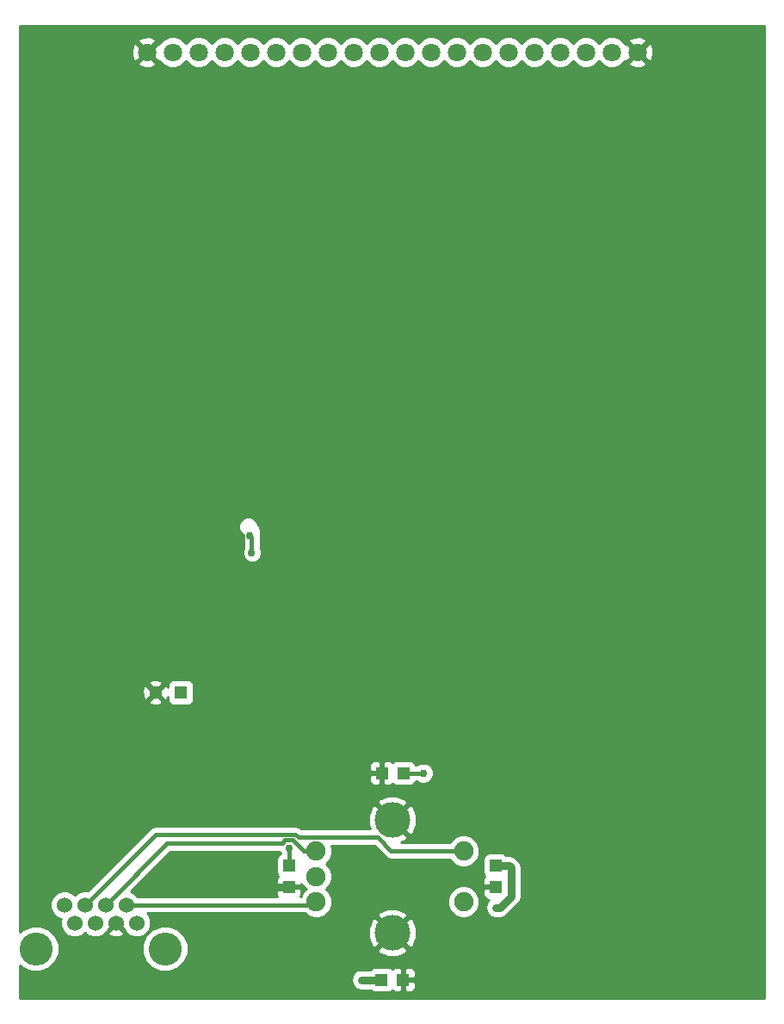
<source format=gbr>
G04 #@! TF.FileFunction,Copper,L2,Bot,Signal*
%FSLAX46Y46*%
G04 Gerber Fmt 4.6, Leading zero omitted, Abs format (unit mm)*
G04 Created by KiCad (PCBNEW 4.0.2+dfsg1-stable) date Mon 11 Jun 2018 12:13:27 PM EDT*
%MOMM*%
G01*
G04 APERTURE LIST*
%ADD10C,0.100000*%
%ADD11C,1.300000*%
%ADD12R,1.300000X1.300000*%
%ADD13C,1.800000*%
%ADD14R,1.198880X1.198880*%
%ADD15C,1.900000*%
%ADD16C,3.500000*%
%ADD17C,3.251200*%
%ADD18C,1.524000*%
%ADD19C,0.600000*%
%ADD20C,0.762000*%
%ADD21C,0.762000*%
%ADD22C,0.381000*%
%ADD23C,0.254000*%
G04 APERTURE END LIST*
D10*
D11*
X74734929Y-116538373D03*
D12*
X77234929Y-116538373D03*
D13*
X122174000Y-53594000D03*
X119634000Y-53594000D03*
X117094000Y-53594000D03*
X114554000Y-53594000D03*
X112014000Y-53594000D03*
X109474000Y-53594000D03*
X106934000Y-53594000D03*
X104394000Y-53594000D03*
X101854000Y-53594000D03*
X99314000Y-53594000D03*
X96774000Y-53594000D03*
X94234000Y-53594000D03*
X91694000Y-53594000D03*
X89154000Y-53594000D03*
X86614000Y-53594000D03*
X84074000Y-53594000D03*
X81534000Y-53594000D03*
X78994000Y-53594000D03*
X76454000Y-53594000D03*
X73914000Y-53594000D03*
D14*
X87884000Y-133570980D03*
X87884000Y-135669020D03*
X96994980Y-144780000D03*
X99093020Y-144780000D03*
X108204000Y-133570980D03*
X108204000Y-135669020D03*
X99126040Y-124460000D03*
X97028000Y-124460000D03*
D15*
X105044000Y-132120000D03*
X105044000Y-137120000D03*
X90544000Y-132120000D03*
X90544000Y-134620000D03*
X90544000Y-137120000D03*
D16*
X98044000Y-140170000D03*
X98044000Y-129070000D03*
D17*
X62992000Y-141732000D03*
X75692000Y-141732000D03*
D18*
X66802000Y-139192000D03*
X68834000Y-139192000D03*
X70866000Y-139192000D03*
X72898000Y-139192000D03*
X65786000Y-137414000D03*
X67818000Y-137414000D03*
X69850000Y-137414000D03*
X71882000Y-137414000D03*
D19*
X77978000Y-145034000D03*
X85344000Y-139192000D03*
X84836000Y-135890000D03*
D20*
X83972400Y-101117400D03*
X84175600Y-102793800D03*
X87884000Y-131826000D03*
D19*
X94996000Y-144780000D03*
X108204000Y-137668000D03*
D20*
X101092000Y-124460000D03*
D21*
X85344000Y-139192000D02*
X83820000Y-139192000D01*
X83820000Y-139192000D02*
X77978000Y-145034000D01*
X87884000Y-135669020D02*
X85056980Y-135669020D01*
X85056980Y-135669020D02*
X84836000Y-135890000D01*
D22*
X97926058Y-132120000D02*
X103700498Y-132120000D01*
X88800994Y-130779499D02*
X96585557Y-130779499D01*
X74758512Y-130473488D02*
X88494983Y-130473488D01*
X103700498Y-132120000D02*
X105044000Y-132120000D01*
X67818000Y-137414000D02*
X74758512Y-130473488D01*
X96585557Y-130779499D02*
X97926058Y-132120000D01*
X88494983Y-130473488D02*
X88800994Y-130779499D01*
X88254321Y-131054499D02*
X89319822Y-132120000D01*
X87513679Y-131054499D02*
X88254321Y-131054499D01*
X87207668Y-131360510D02*
X87513679Y-131054499D01*
X75903490Y-131360510D02*
X87207668Y-131360510D01*
X89319822Y-132120000D02*
X90544000Y-132120000D01*
X69850000Y-137414000D02*
X75903490Y-131360510D01*
X71882000Y-137414000D02*
X90250000Y-137414000D01*
X90250000Y-137414000D02*
X90544000Y-137120000D01*
X84175600Y-102793800D02*
X84175600Y-101320600D01*
X84175600Y-101320600D02*
X83972400Y-101117400D01*
X87884000Y-131826000D02*
X87884000Y-133570980D01*
D21*
X94996000Y-144780000D02*
X96994980Y-144780000D01*
X109728000Y-136568264D02*
X109728000Y-133733540D01*
X109728000Y-133733540D02*
X109565440Y-133570980D01*
X109565440Y-133570980D02*
X108204000Y-133570980D01*
X108204000Y-137668000D02*
X108628264Y-137668000D01*
X108628264Y-137668000D02*
X109728000Y-136568264D01*
D22*
X101092000Y-124460000D02*
X99126040Y-124460000D01*
D23*
G36*
X134672000Y-146610000D02*
X61416000Y-146610000D01*
X61416000Y-144780000D01*
X93980000Y-144780000D01*
X94057338Y-145168806D01*
X94277580Y-145498420D01*
X94607194Y-145718662D01*
X94996000Y-145796000D01*
X95909005Y-145796000D01*
X95931450Y-145830881D01*
X96143650Y-145975871D01*
X96395540Y-146026880D01*
X97594420Y-146026880D01*
X97829737Y-145982602D01*
X98045861Y-145843530D01*
X98051456Y-145835341D01*
X98133882Y-145917767D01*
X98367271Y-146014440D01*
X98807270Y-146014440D01*
X98966020Y-145855690D01*
X98966020Y-144907000D01*
X99220020Y-144907000D01*
X99220020Y-145855690D01*
X99378770Y-146014440D01*
X99818769Y-146014440D01*
X100052158Y-145917767D01*
X100230787Y-145739139D01*
X100327460Y-145505750D01*
X100327460Y-145065750D01*
X100168710Y-144907000D01*
X99220020Y-144907000D01*
X98966020Y-144907000D01*
X98946020Y-144907000D01*
X98946020Y-144653000D01*
X98966020Y-144653000D01*
X98966020Y-143704310D01*
X99220020Y-143704310D01*
X99220020Y-144653000D01*
X100168710Y-144653000D01*
X100327460Y-144494250D01*
X100327460Y-144054250D01*
X100230787Y-143820861D01*
X100052158Y-143642233D01*
X99818769Y-143545560D01*
X99378770Y-143545560D01*
X99220020Y-143704310D01*
X98966020Y-143704310D01*
X98807270Y-143545560D01*
X98367271Y-143545560D01*
X98133882Y-143642233D01*
X98051669Y-143724445D01*
X97846310Y-143584129D01*
X97594420Y-143533120D01*
X96395540Y-143533120D01*
X96160223Y-143577398D01*
X95944099Y-143716470D01*
X95911623Y-143764000D01*
X94996000Y-143764000D01*
X94607194Y-143841338D01*
X94277580Y-144061580D01*
X94057338Y-144391194D01*
X93980000Y-144780000D01*
X61416000Y-144780000D01*
X61416000Y-143353012D01*
X61709801Y-143647326D01*
X62540366Y-143992207D01*
X63439688Y-143992992D01*
X64270854Y-143649561D01*
X64907326Y-143014199D01*
X65252207Y-142183634D01*
X65252210Y-142179688D01*
X73431008Y-142179688D01*
X73774439Y-143010854D01*
X74409801Y-143647326D01*
X75240366Y-143992207D01*
X76139688Y-143992992D01*
X76970854Y-143649561D01*
X77607326Y-143014199D01*
X77952207Y-142183634D01*
X77952485Y-141864528D01*
X96529077Y-141864528D01*
X96719364Y-142209271D01*
X97600591Y-142560956D01*
X98549323Y-142548641D01*
X99368636Y-142209271D01*
X99558923Y-141864528D01*
X98044000Y-140349605D01*
X96529077Y-141864528D01*
X77952485Y-141864528D01*
X77952992Y-141284312D01*
X77609561Y-140453146D01*
X76974199Y-139816674D01*
X76757256Y-139726591D01*
X95653044Y-139726591D01*
X95665359Y-140675323D01*
X96004729Y-141494636D01*
X96349472Y-141684923D01*
X97864395Y-140170000D01*
X98223605Y-140170000D01*
X99738528Y-141684923D01*
X100083271Y-141494636D01*
X100434956Y-140613409D01*
X100422641Y-139664677D01*
X100083271Y-138845364D01*
X99738528Y-138655077D01*
X98223605Y-140170000D01*
X97864395Y-140170000D01*
X96349472Y-138655077D01*
X96004729Y-138845364D01*
X95653044Y-139726591D01*
X76757256Y-139726591D01*
X76143634Y-139471793D01*
X75244312Y-139471008D01*
X74413146Y-139814439D01*
X73776674Y-140449801D01*
X73431793Y-141280366D01*
X73431008Y-142179688D01*
X65252210Y-142179688D01*
X65252992Y-141284312D01*
X64909561Y-140453146D01*
X64274199Y-139816674D01*
X63443634Y-139471793D01*
X62544312Y-139471008D01*
X61713146Y-139814439D01*
X61416000Y-140111067D01*
X61416000Y-137690661D01*
X64388758Y-137690661D01*
X64600990Y-138204303D01*
X64993630Y-138597629D01*
X65456369Y-138789775D01*
X65405243Y-138912900D01*
X65404758Y-139468661D01*
X65616990Y-139982303D01*
X66009630Y-140375629D01*
X66522900Y-140588757D01*
X67078661Y-140589242D01*
X67592303Y-140377010D01*
X67818049Y-140151658D01*
X68041630Y-140375629D01*
X68554900Y-140588757D01*
X69110661Y-140589242D01*
X69624303Y-140377010D01*
X69829457Y-140172213D01*
X70065392Y-140172213D01*
X70134857Y-140414397D01*
X70658302Y-140601144D01*
X71213368Y-140573362D01*
X71597143Y-140414397D01*
X71666608Y-140172213D01*
X70866000Y-139371605D01*
X70065392Y-140172213D01*
X69829457Y-140172213D01*
X70017629Y-139984370D01*
X70105399Y-139772996D01*
X70686395Y-139192000D01*
X70672253Y-139177858D01*
X70851858Y-138998253D01*
X70866000Y-139012395D01*
X70880143Y-138998253D01*
X71059748Y-139177858D01*
X71045605Y-139192000D01*
X71626440Y-139772835D01*
X71712990Y-139982303D01*
X72105630Y-140375629D01*
X72618900Y-140588757D01*
X73174661Y-140589242D01*
X73688303Y-140377010D01*
X74081629Y-139984370D01*
X74294757Y-139471100D01*
X74295242Y-138915339D01*
X74083010Y-138401697D01*
X73921096Y-138239500D01*
X89421973Y-138239500D01*
X89644997Y-138462914D01*
X90227341Y-138704724D01*
X90857893Y-138705275D01*
X91414056Y-138475472D01*
X96529077Y-138475472D01*
X98044000Y-139990395D01*
X99558923Y-138475472D01*
X99368636Y-138130729D01*
X98487409Y-137779044D01*
X97538677Y-137791359D01*
X96719364Y-138130729D01*
X96529077Y-138475472D01*
X91414056Y-138475472D01*
X91440657Y-138464481D01*
X91886914Y-138019003D01*
X92128724Y-137436659D01*
X92128726Y-137433893D01*
X103458725Y-137433893D01*
X103699519Y-138016657D01*
X104144997Y-138462914D01*
X104727341Y-138704724D01*
X105357893Y-138705275D01*
X105940657Y-138464481D01*
X106386914Y-138019003D01*
X106628724Y-137436659D01*
X106629275Y-136806107D01*
X106388481Y-136223343D01*
X105943003Y-135777086D01*
X105360659Y-135535276D01*
X104730107Y-135534725D01*
X104147343Y-135775519D01*
X103701086Y-136220997D01*
X103459276Y-136803341D01*
X103458725Y-137433893D01*
X92128726Y-137433893D01*
X92129275Y-136806107D01*
X91888481Y-136223343D01*
X91535529Y-135869774D01*
X91886914Y-135519003D01*
X92128724Y-134936659D01*
X92129275Y-134306107D01*
X91888481Y-133723343D01*
X91535529Y-133369774D01*
X91886914Y-133019003D01*
X92128724Y-132436659D01*
X92129275Y-131806107D01*
X92046179Y-131604999D01*
X96243623Y-131604999D01*
X97342339Y-132703714D01*
X97342341Y-132703717D01*
X97549033Y-132841824D01*
X97610153Y-132882663D01*
X97926058Y-132945501D01*
X97926063Y-132945500D01*
X103670117Y-132945500D01*
X103699519Y-133016657D01*
X104144997Y-133462914D01*
X104727341Y-133704724D01*
X105357893Y-133705275D01*
X105940657Y-133464481D01*
X106386914Y-133019003D01*
X106406622Y-132971540D01*
X106957120Y-132971540D01*
X106957120Y-134170420D01*
X107001398Y-134405737D01*
X107140470Y-134621861D01*
X107148659Y-134627456D01*
X107066233Y-134709882D01*
X106969560Y-134943271D01*
X106969560Y-135383270D01*
X107128310Y-135542020D01*
X108077000Y-135542020D01*
X108077000Y-135522020D01*
X108331000Y-135522020D01*
X108331000Y-135542020D01*
X108351000Y-135542020D01*
X108351000Y-135796020D01*
X108331000Y-135796020D01*
X108331000Y-135816020D01*
X108077000Y-135816020D01*
X108077000Y-135796020D01*
X107128310Y-135796020D01*
X106969560Y-135954770D01*
X106969560Y-136394769D01*
X107066233Y-136628158D01*
X107244861Y-136806787D01*
X107478250Y-136903460D01*
X107554603Y-136903460D01*
X107485580Y-136949580D01*
X107265338Y-137279194D01*
X107188000Y-137668000D01*
X107265338Y-138056806D01*
X107485580Y-138386420D01*
X107815194Y-138606662D01*
X108204000Y-138684000D01*
X108628264Y-138684000D01*
X108952564Y-138619493D01*
X109017071Y-138606662D01*
X109346684Y-138386420D01*
X110446421Y-137286684D01*
X110666662Y-136957071D01*
X110744000Y-136568264D01*
X110744000Y-133733540D01*
X110690481Y-133464481D01*
X110666662Y-133344733D01*
X110446421Y-133015120D01*
X110283860Y-132852560D01*
X109954247Y-132632318D01*
X109889740Y-132619487D01*
X109565440Y-132554980D01*
X109289975Y-132554980D01*
X109267530Y-132520099D01*
X109055330Y-132375109D01*
X108803440Y-132324100D01*
X107604560Y-132324100D01*
X107369243Y-132368378D01*
X107153119Y-132507450D01*
X107008129Y-132719650D01*
X106957120Y-132971540D01*
X106406622Y-132971540D01*
X106628724Y-132436659D01*
X106629275Y-131806107D01*
X106388481Y-131223343D01*
X105943003Y-130777086D01*
X105360659Y-130535276D01*
X104730107Y-130534725D01*
X104147343Y-130775519D01*
X103701086Y-131220997D01*
X103670565Y-131294500D01*
X98921453Y-131294500D01*
X99368636Y-131109271D01*
X99558923Y-130764528D01*
X98044000Y-129249605D01*
X98029858Y-129263748D01*
X97850253Y-129084143D01*
X97864395Y-129070000D01*
X98223605Y-129070000D01*
X99738528Y-130584923D01*
X100083271Y-130394636D01*
X100434956Y-129513409D01*
X100422641Y-128564677D01*
X100083271Y-127745364D01*
X99738528Y-127555077D01*
X98223605Y-129070000D01*
X97864395Y-129070000D01*
X96349472Y-127555077D01*
X96004729Y-127745364D01*
X95653044Y-128626591D01*
X95665359Y-129575323D01*
X95822211Y-129953999D01*
X89142928Y-129953999D01*
X89078700Y-129889771D01*
X88810889Y-129710825D01*
X88494983Y-129647988D01*
X74758512Y-129647988D01*
X74442606Y-129710825D01*
X74174795Y-129889771D01*
X68047366Y-136017200D01*
X67541339Y-136016758D01*
X67027697Y-136228990D01*
X66801951Y-136454342D01*
X66578370Y-136230371D01*
X66065100Y-136017243D01*
X65509339Y-136016758D01*
X64995697Y-136228990D01*
X64602371Y-136621630D01*
X64389243Y-137134900D01*
X64388758Y-137690661D01*
X61416000Y-137690661D01*
X61416000Y-127375472D01*
X96529077Y-127375472D01*
X98044000Y-128890395D01*
X99558923Y-127375472D01*
X99368636Y-127030729D01*
X98487409Y-126679044D01*
X97538677Y-126691359D01*
X96719364Y-127030729D01*
X96529077Y-127375472D01*
X61416000Y-127375472D01*
X61416000Y-124745750D01*
X95793560Y-124745750D01*
X95793560Y-125185750D01*
X95890233Y-125419139D01*
X96068862Y-125597767D01*
X96302251Y-125694440D01*
X96742250Y-125694440D01*
X96901000Y-125535690D01*
X96901000Y-124587000D01*
X95952310Y-124587000D01*
X95793560Y-124745750D01*
X61416000Y-124745750D01*
X61416000Y-123734250D01*
X95793560Y-123734250D01*
X95793560Y-124174250D01*
X95952310Y-124333000D01*
X96901000Y-124333000D01*
X96901000Y-123384310D01*
X97155000Y-123384310D01*
X97155000Y-124333000D01*
X97175000Y-124333000D01*
X97175000Y-124587000D01*
X97155000Y-124587000D01*
X97155000Y-125535690D01*
X97313750Y-125694440D01*
X97753749Y-125694440D01*
X97987138Y-125597767D01*
X98069351Y-125515555D01*
X98274710Y-125655871D01*
X98526600Y-125706880D01*
X99725480Y-125706880D01*
X99960797Y-125662602D01*
X100176921Y-125523530D01*
X100321911Y-125311330D01*
X100327142Y-125285500D01*
X100480472Y-125285500D01*
X100515731Y-125320821D01*
X100889018Y-125475824D01*
X101293208Y-125476176D01*
X101666766Y-125321825D01*
X101952821Y-125036269D01*
X102107824Y-124662982D01*
X102108176Y-124258792D01*
X101953825Y-123885234D01*
X101668269Y-123599179D01*
X101294982Y-123444176D01*
X100890792Y-123443824D01*
X100517234Y-123598175D01*
X100480846Y-123634500D01*
X100330384Y-123634500D01*
X100328642Y-123625243D01*
X100189570Y-123409119D01*
X99977370Y-123264129D01*
X99725480Y-123213120D01*
X98526600Y-123213120D01*
X98291283Y-123257398D01*
X98075159Y-123396470D01*
X98069564Y-123404659D01*
X97987138Y-123322233D01*
X97753749Y-123225560D01*
X97313750Y-123225560D01*
X97155000Y-123384310D01*
X96901000Y-123384310D01*
X96742250Y-123225560D01*
X96302251Y-123225560D01*
X96068862Y-123322233D01*
X95890233Y-123500861D01*
X95793560Y-123734250D01*
X61416000Y-123734250D01*
X61416000Y-117437389D01*
X74015519Y-117437389D01*
X74071200Y-117667984D01*
X74554007Y-117835995D01*
X75064357Y-117806456D01*
X75398658Y-117667984D01*
X75454339Y-117437389D01*
X74734929Y-116717978D01*
X74015519Y-117437389D01*
X61416000Y-117437389D01*
X61416000Y-116357451D01*
X73437307Y-116357451D01*
X73466846Y-116867801D01*
X73605318Y-117202102D01*
X73835913Y-117257783D01*
X74555324Y-116538373D01*
X74914534Y-116538373D01*
X75633945Y-117257783D01*
X75864540Y-117202102D01*
X75937489Y-116992471D01*
X75937489Y-117188373D01*
X75981767Y-117423690D01*
X76120839Y-117639814D01*
X76333039Y-117784804D01*
X76584929Y-117835813D01*
X77884929Y-117835813D01*
X78120246Y-117791535D01*
X78336370Y-117652463D01*
X78481360Y-117440263D01*
X78532369Y-117188373D01*
X78532369Y-115888373D01*
X78488091Y-115653056D01*
X78349019Y-115436932D01*
X78136819Y-115291942D01*
X77884929Y-115240933D01*
X76584929Y-115240933D01*
X76349612Y-115285211D01*
X76133488Y-115424283D01*
X75988498Y-115636483D01*
X75937489Y-115888373D01*
X75937489Y-116050758D01*
X75864540Y-115874644D01*
X75633945Y-115818963D01*
X74914534Y-116538373D01*
X74555324Y-116538373D01*
X73835913Y-115818963D01*
X73605318Y-115874644D01*
X73437307Y-116357451D01*
X61416000Y-116357451D01*
X61416000Y-115639357D01*
X74015519Y-115639357D01*
X74734929Y-116358768D01*
X75454339Y-115639357D01*
X75398658Y-115408762D01*
X74915851Y-115240751D01*
X74405501Y-115270290D01*
X74071200Y-115408762D01*
X74015519Y-115639357D01*
X61416000Y-115639357D01*
X61416000Y-100416701D01*
X82929359Y-100416701D01*
X83071404Y-100760477D01*
X83334194Y-101023726D01*
X83426300Y-101061972D01*
X83426300Y-102394487D01*
X83316962Y-102657801D01*
X83316638Y-103029767D01*
X83458683Y-103373543D01*
X83721473Y-103636792D01*
X84065001Y-103779438D01*
X84436967Y-103779762D01*
X84780743Y-103637717D01*
X85043992Y-103374927D01*
X85186638Y-103031399D01*
X85186962Y-102659433D01*
X85077300Y-102394030D01*
X85077300Y-100618818D01*
X85077301Y-100618813D01*
X85014463Y-100302908D01*
X84956144Y-100215627D01*
X84835517Y-100035096D01*
X84835514Y-100035094D01*
X84766515Y-99966094D01*
X84657638Y-99702591D01*
X84394848Y-99439342D01*
X84051320Y-99296696D01*
X83679354Y-99296372D01*
X83335578Y-99438417D01*
X83072329Y-99701207D01*
X82929683Y-100044735D01*
X82929359Y-100416701D01*
X61416000Y-100416701D01*
X61416000Y-54674159D01*
X73013446Y-54674159D01*
X73099852Y-54930643D01*
X73673336Y-55140458D01*
X74283460Y-55114839D01*
X74728148Y-54930643D01*
X74814554Y-54674159D01*
X73914000Y-53773605D01*
X73013446Y-54674159D01*
X61416000Y-54674159D01*
X61416000Y-53353336D01*
X72367542Y-53353336D01*
X72393161Y-53963460D01*
X72577357Y-54408148D01*
X72833841Y-54494554D01*
X73734395Y-53594000D01*
X74093605Y-53594000D01*
X74994159Y-54494554D01*
X75144327Y-54443965D01*
X75151932Y-54462371D01*
X75583357Y-54894551D01*
X76147330Y-55128733D01*
X76757991Y-55129265D01*
X77322371Y-54896068D01*
X77724323Y-54494818D01*
X78123357Y-54894551D01*
X78687330Y-55128733D01*
X79297991Y-55129265D01*
X79862371Y-54896068D01*
X80264323Y-54494818D01*
X80663357Y-54894551D01*
X81227330Y-55128733D01*
X81837991Y-55129265D01*
X82402371Y-54896068D01*
X82804323Y-54494818D01*
X83203357Y-54894551D01*
X83767330Y-55128733D01*
X84377991Y-55129265D01*
X84942371Y-54896068D01*
X85344323Y-54494818D01*
X85743357Y-54894551D01*
X86307330Y-55128733D01*
X86917991Y-55129265D01*
X87482371Y-54896068D01*
X87884323Y-54494818D01*
X88283357Y-54894551D01*
X88847330Y-55128733D01*
X89457991Y-55129265D01*
X90022371Y-54896068D01*
X90424323Y-54494818D01*
X90823357Y-54894551D01*
X91387330Y-55128733D01*
X91997991Y-55129265D01*
X92562371Y-54896068D01*
X92964323Y-54494818D01*
X93363357Y-54894551D01*
X93927330Y-55128733D01*
X94537991Y-55129265D01*
X95102371Y-54896068D01*
X95504323Y-54494818D01*
X95903357Y-54894551D01*
X96467330Y-55128733D01*
X97077991Y-55129265D01*
X97642371Y-54896068D01*
X98044323Y-54494818D01*
X98443357Y-54894551D01*
X99007330Y-55128733D01*
X99617991Y-55129265D01*
X100182371Y-54896068D01*
X100584323Y-54494818D01*
X100983357Y-54894551D01*
X101547330Y-55128733D01*
X102157991Y-55129265D01*
X102722371Y-54896068D01*
X103124323Y-54494818D01*
X103523357Y-54894551D01*
X104087330Y-55128733D01*
X104697991Y-55129265D01*
X105262371Y-54896068D01*
X105664323Y-54494818D01*
X106063357Y-54894551D01*
X106627330Y-55128733D01*
X107237991Y-55129265D01*
X107802371Y-54896068D01*
X108204323Y-54494818D01*
X108603357Y-54894551D01*
X109167330Y-55128733D01*
X109777991Y-55129265D01*
X110342371Y-54896068D01*
X110744323Y-54494818D01*
X111143357Y-54894551D01*
X111707330Y-55128733D01*
X112317991Y-55129265D01*
X112882371Y-54896068D01*
X113284323Y-54494818D01*
X113683357Y-54894551D01*
X114247330Y-55128733D01*
X114857991Y-55129265D01*
X115422371Y-54896068D01*
X115824323Y-54494818D01*
X116223357Y-54894551D01*
X116787330Y-55128733D01*
X117397991Y-55129265D01*
X117962371Y-54896068D01*
X118364323Y-54494818D01*
X118763357Y-54894551D01*
X119327330Y-55128733D01*
X119937991Y-55129265D01*
X120502371Y-54896068D01*
X120724668Y-54674159D01*
X121273446Y-54674159D01*
X121359852Y-54930643D01*
X121933336Y-55140458D01*
X122543460Y-55114839D01*
X122988148Y-54930643D01*
X123074554Y-54674159D01*
X122174000Y-53773605D01*
X121273446Y-54674159D01*
X120724668Y-54674159D01*
X120934551Y-54464643D01*
X120943203Y-54443806D01*
X121093841Y-54494554D01*
X121994395Y-53594000D01*
X122353605Y-53594000D01*
X123254159Y-54494554D01*
X123510643Y-54408148D01*
X123720458Y-53834664D01*
X123694839Y-53224540D01*
X123510643Y-52779852D01*
X123254159Y-52693446D01*
X122353605Y-53594000D01*
X121994395Y-53594000D01*
X121093841Y-52693446D01*
X120943673Y-52744035D01*
X120936068Y-52725629D01*
X120724650Y-52513841D01*
X121273446Y-52513841D01*
X122174000Y-53414395D01*
X123074554Y-52513841D01*
X122988148Y-52257357D01*
X122414664Y-52047542D01*
X121804540Y-52073161D01*
X121359852Y-52257357D01*
X121273446Y-52513841D01*
X120724650Y-52513841D01*
X120504643Y-52293449D01*
X119940670Y-52059267D01*
X119330009Y-52058735D01*
X118765629Y-52291932D01*
X118363677Y-52693182D01*
X117964643Y-52293449D01*
X117400670Y-52059267D01*
X116790009Y-52058735D01*
X116225629Y-52291932D01*
X115823677Y-52693182D01*
X115424643Y-52293449D01*
X114860670Y-52059267D01*
X114250009Y-52058735D01*
X113685629Y-52291932D01*
X113283677Y-52693182D01*
X112884643Y-52293449D01*
X112320670Y-52059267D01*
X111710009Y-52058735D01*
X111145629Y-52291932D01*
X110743677Y-52693182D01*
X110344643Y-52293449D01*
X109780670Y-52059267D01*
X109170009Y-52058735D01*
X108605629Y-52291932D01*
X108203677Y-52693182D01*
X107804643Y-52293449D01*
X107240670Y-52059267D01*
X106630009Y-52058735D01*
X106065629Y-52291932D01*
X105663677Y-52693182D01*
X105264643Y-52293449D01*
X104700670Y-52059267D01*
X104090009Y-52058735D01*
X103525629Y-52291932D01*
X103123677Y-52693182D01*
X102724643Y-52293449D01*
X102160670Y-52059267D01*
X101550009Y-52058735D01*
X100985629Y-52291932D01*
X100583677Y-52693182D01*
X100184643Y-52293449D01*
X99620670Y-52059267D01*
X99010009Y-52058735D01*
X98445629Y-52291932D01*
X98043677Y-52693182D01*
X97644643Y-52293449D01*
X97080670Y-52059267D01*
X96470009Y-52058735D01*
X95905629Y-52291932D01*
X95503677Y-52693182D01*
X95104643Y-52293449D01*
X94540670Y-52059267D01*
X93930009Y-52058735D01*
X93365629Y-52291932D01*
X92963677Y-52693182D01*
X92564643Y-52293449D01*
X92000670Y-52059267D01*
X91390009Y-52058735D01*
X90825629Y-52291932D01*
X90423677Y-52693182D01*
X90024643Y-52293449D01*
X89460670Y-52059267D01*
X88850009Y-52058735D01*
X88285629Y-52291932D01*
X87883677Y-52693182D01*
X87484643Y-52293449D01*
X86920670Y-52059267D01*
X86310009Y-52058735D01*
X85745629Y-52291932D01*
X85343677Y-52693182D01*
X84944643Y-52293449D01*
X84380670Y-52059267D01*
X83770009Y-52058735D01*
X83205629Y-52291932D01*
X82803677Y-52693182D01*
X82404643Y-52293449D01*
X81840670Y-52059267D01*
X81230009Y-52058735D01*
X80665629Y-52291932D01*
X80263677Y-52693182D01*
X79864643Y-52293449D01*
X79300670Y-52059267D01*
X78690009Y-52058735D01*
X78125629Y-52291932D01*
X77723677Y-52693182D01*
X77324643Y-52293449D01*
X76760670Y-52059267D01*
X76150009Y-52058735D01*
X75585629Y-52291932D01*
X75153449Y-52723357D01*
X75144797Y-52744194D01*
X74994159Y-52693446D01*
X74093605Y-53594000D01*
X73734395Y-53594000D01*
X72833841Y-52693446D01*
X72577357Y-52779852D01*
X72367542Y-53353336D01*
X61416000Y-53353336D01*
X61416000Y-52513841D01*
X73013446Y-52513841D01*
X73914000Y-53414395D01*
X74814554Y-52513841D01*
X74728148Y-52257357D01*
X74154664Y-52047542D01*
X73544540Y-52073161D01*
X73099852Y-52257357D01*
X73013446Y-52513841D01*
X61416000Y-52513841D01*
X61416000Y-51002000D01*
X134672000Y-51002000D01*
X134672000Y-146610000D01*
X134672000Y-146610000D01*
G37*
X134672000Y-146610000D02*
X61416000Y-146610000D01*
X61416000Y-144780000D01*
X93980000Y-144780000D01*
X94057338Y-145168806D01*
X94277580Y-145498420D01*
X94607194Y-145718662D01*
X94996000Y-145796000D01*
X95909005Y-145796000D01*
X95931450Y-145830881D01*
X96143650Y-145975871D01*
X96395540Y-146026880D01*
X97594420Y-146026880D01*
X97829737Y-145982602D01*
X98045861Y-145843530D01*
X98051456Y-145835341D01*
X98133882Y-145917767D01*
X98367271Y-146014440D01*
X98807270Y-146014440D01*
X98966020Y-145855690D01*
X98966020Y-144907000D01*
X99220020Y-144907000D01*
X99220020Y-145855690D01*
X99378770Y-146014440D01*
X99818769Y-146014440D01*
X100052158Y-145917767D01*
X100230787Y-145739139D01*
X100327460Y-145505750D01*
X100327460Y-145065750D01*
X100168710Y-144907000D01*
X99220020Y-144907000D01*
X98966020Y-144907000D01*
X98946020Y-144907000D01*
X98946020Y-144653000D01*
X98966020Y-144653000D01*
X98966020Y-143704310D01*
X99220020Y-143704310D01*
X99220020Y-144653000D01*
X100168710Y-144653000D01*
X100327460Y-144494250D01*
X100327460Y-144054250D01*
X100230787Y-143820861D01*
X100052158Y-143642233D01*
X99818769Y-143545560D01*
X99378770Y-143545560D01*
X99220020Y-143704310D01*
X98966020Y-143704310D01*
X98807270Y-143545560D01*
X98367271Y-143545560D01*
X98133882Y-143642233D01*
X98051669Y-143724445D01*
X97846310Y-143584129D01*
X97594420Y-143533120D01*
X96395540Y-143533120D01*
X96160223Y-143577398D01*
X95944099Y-143716470D01*
X95911623Y-143764000D01*
X94996000Y-143764000D01*
X94607194Y-143841338D01*
X94277580Y-144061580D01*
X94057338Y-144391194D01*
X93980000Y-144780000D01*
X61416000Y-144780000D01*
X61416000Y-143353012D01*
X61709801Y-143647326D01*
X62540366Y-143992207D01*
X63439688Y-143992992D01*
X64270854Y-143649561D01*
X64907326Y-143014199D01*
X65252207Y-142183634D01*
X65252210Y-142179688D01*
X73431008Y-142179688D01*
X73774439Y-143010854D01*
X74409801Y-143647326D01*
X75240366Y-143992207D01*
X76139688Y-143992992D01*
X76970854Y-143649561D01*
X77607326Y-143014199D01*
X77952207Y-142183634D01*
X77952485Y-141864528D01*
X96529077Y-141864528D01*
X96719364Y-142209271D01*
X97600591Y-142560956D01*
X98549323Y-142548641D01*
X99368636Y-142209271D01*
X99558923Y-141864528D01*
X98044000Y-140349605D01*
X96529077Y-141864528D01*
X77952485Y-141864528D01*
X77952992Y-141284312D01*
X77609561Y-140453146D01*
X76974199Y-139816674D01*
X76757256Y-139726591D01*
X95653044Y-139726591D01*
X95665359Y-140675323D01*
X96004729Y-141494636D01*
X96349472Y-141684923D01*
X97864395Y-140170000D01*
X98223605Y-140170000D01*
X99738528Y-141684923D01*
X100083271Y-141494636D01*
X100434956Y-140613409D01*
X100422641Y-139664677D01*
X100083271Y-138845364D01*
X99738528Y-138655077D01*
X98223605Y-140170000D01*
X97864395Y-140170000D01*
X96349472Y-138655077D01*
X96004729Y-138845364D01*
X95653044Y-139726591D01*
X76757256Y-139726591D01*
X76143634Y-139471793D01*
X75244312Y-139471008D01*
X74413146Y-139814439D01*
X73776674Y-140449801D01*
X73431793Y-141280366D01*
X73431008Y-142179688D01*
X65252210Y-142179688D01*
X65252992Y-141284312D01*
X64909561Y-140453146D01*
X64274199Y-139816674D01*
X63443634Y-139471793D01*
X62544312Y-139471008D01*
X61713146Y-139814439D01*
X61416000Y-140111067D01*
X61416000Y-137690661D01*
X64388758Y-137690661D01*
X64600990Y-138204303D01*
X64993630Y-138597629D01*
X65456369Y-138789775D01*
X65405243Y-138912900D01*
X65404758Y-139468661D01*
X65616990Y-139982303D01*
X66009630Y-140375629D01*
X66522900Y-140588757D01*
X67078661Y-140589242D01*
X67592303Y-140377010D01*
X67818049Y-140151658D01*
X68041630Y-140375629D01*
X68554900Y-140588757D01*
X69110661Y-140589242D01*
X69624303Y-140377010D01*
X69829457Y-140172213D01*
X70065392Y-140172213D01*
X70134857Y-140414397D01*
X70658302Y-140601144D01*
X71213368Y-140573362D01*
X71597143Y-140414397D01*
X71666608Y-140172213D01*
X70866000Y-139371605D01*
X70065392Y-140172213D01*
X69829457Y-140172213D01*
X70017629Y-139984370D01*
X70105399Y-139772996D01*
X70686395Y-139192000D01*
X70672253Y-139177858D01*
X70851858Y-138998253D01*
X70866000Y-139012395D01*
X70880143Y-138998253D01*
X71059748Y-139177858D01*
X71045605Y-139192000D01*
X71626440Y-139772835D01*
X71712990Y-139982303D01*
X72105630Y-140375629D01*
X72618900Y-140588757D01*
X73174661Y-140589242D01*
X73688303Y-140377010D01*
X74081629Y-139984370D01*
X74294757Y-139471100D01*
X74295242Y-138915339D01*
X74083010Y-138401697D01*
X73921096Y-138239500D01*
X89421973Y-138239500D01*
X89644997Y-138462914D01*
X90227341Y-138704724D01*
X90857893Y-138705275D01*
X91414056Y-138475472D01*
X96529077Y-138475472D01*
X98044000Y-139990395D01*
X99558923Y-138475472D01*
X99368636Y-138130729D01*
X98487409Y-137779044D01*
X97538677Y-137791359D01*
X96719364Y-138130729D01*
X96529077Y-138475472D01*
X91414056Y-138475472D01*
X91440657Y-138464481D01*
X91886914Y-138019003D01*
X92128724Y-137436659D01*
X92128726Y-137433893D01*
X103458725Y-137433893D01*
X103699519Y-138016657D01*
X104144997Y-138462914D01*
X104727341Y-138704724D01*
X105357893Y-138705275D01*
X105940657Y-138464481D01*
X106386914Y-138019003D01*
X106628724Y-137436659D01*
X106629275Y-136806107D01*
X106388481Y-136223343D01*
X105943003Y-135777086D01*
X105360659Y-135535276D01*
X104730107Y-135534725D01*
X104147343Y-135775519D01*
X103701086Y-136220997D01*
X103459276Y-136803341D01*
X103458725Y-137433893D01*
X92128726Y-137433893D01*
X92129275Y-136806107D01*
X91888481Y-136223343D01*
X91535529Y-135869774D01*
X91886914Y-135519003D01*
X92128724Y-134936659D01*
X92129275Y-134306107D01*
X91888481Y-133723343D01*
X91535529Y-133369774D01*
X91886914Y-133019003D01*
X92128724Y-132436659D01*
X92129275Y-131806107D01*
X92046179Y-131604999D01*
X96243623Y-131604999D01*
X97342339Y-132703714D01*
X97342341Y-132703717D01*
X97549033Y-132841824D01*
X97610153Y-132882663D01*
X97926058Y-132945501D01*
X97926063Y-132945500D01*
X103670117Y-132945500D01*
X103699519Y-133016657D01*
X104144997Y-133462914D01*
X104727341Y-133704724D01*
X105357893Y-133705275D01*
X105940657Y-133464481D01*
X106386914Y-133019003D01*
X106406622Y-132971540D01*
X106957120Y-132971540D01*
X106957120Y-134170420D01*
X107001398Y-134405737D01*
X107140470Y-134621861D01*
X107148659Y-134627456D01*
X107066233Y-134709882D01*
X106969560Y-134943271D01*
X106969560Y-135383270D01*
X107128310Y-135542020D01*
X108077000Y-135542020D01*
X108077000Y-135522020D01*
X108331000Y-135522020D01*
X108331000Y-135542020D01*
X108351000Y-135542020D01*
X108351000Y-135796020D01*
X108331000Y-135796020D01*
X108331000Y-135816020D01*
X108077000Y-135816020D01*
X108077000Y-135796020D01*
X107128310Y-135796020D01*
X106969560Y-135954770D01*
X106969560Y-136394769D01*
X107066233Y-136628158D01*
X107244861Y-136806787D01*
X107478250Y-136903460D01*
X107554603Y-136903460D01*
X107485580Y-136949580D01*
X107265338Y-137279194D01*
X107188000Y-137668000D01*
X107265338Y-138056806D01*
X107485580Y-138386420D01*
X107815194Y-138606662D01*
X108204000Y-138684000D01*
X108628264Y-138684000D01*
X108952564Y-138619493D01*
X109017071Y-138606662D01*
X109346684Y-138386420D01*
X110446421Y-137286684D01*
X110666662Y-136957071D01*
X110744000Y-136568264D01*
X110744000Y-133733540D01*
X110690481Y-133464481D01*
X110666662Y-133344733D01*
X110446421Y-133015120D01*
X110283860Y-132852560D01*
X109954247Y-132632318D01*
X109889740Y-132619487D01*
X109565440Y-132554980D01*
X109289975Y-132554980D01*
X109267530Y-132520099D01*
X109055330Y-132375109D01*
X108803440Y-132324100D01*
X107604560Y-132324100D01*
X107369243Y-132368378D01*
X107153119Y-132507450D01*
X107008129Y-132719650D01*
X106957120Y-132971540D01*
X106406622Y-132971540D01*
X106628724Y-132436659D01*
X106629275Y-131806107D01*
X106388481Y-131223343D01*
X105943003Y-130777086D01*
X105360659Y-130535276D01*
X104730107Y-130534725D01*
X104147343Y-130775519D01*
X103701086Y-131220997D01*
X103670565Y-131294500D01*
X98921453Y-131294500D01*
X99368636Y-131109271D01*
X99558923Y-130764528D01*
X98044000Y-129249605D01*
X98029858Y-129263748D01*
X97850253Y-129084143D01*
X97864395Y-129070000D01*
X98223605Y-129070000D01*
X99738528Y-130584923D01*
X100083271Y-130394636D01*
X100434956Y-129513409D01*
X100422641Y-128564677D01*
X100083271Y-127745364D01*
X99738528Y-127555077D01*
X98223605Y-129070000D01*
X97864395Y-129070000D01*
X96349472Y-127555077D01*
X96004729Y-127745364D01*
X95653044Y-128626591D01*
X95665359Y-129575323D01*
X95822211Y-129953999D01*
X89142928Y-129953999D01*
X89078700Y-129889771D01*
X88810889Y-129710825D01*
X88494983Y-129647988D01*
X74758512Y-129647988D01*
X74442606Y-129710825D01*
X74174795Y-129889771D01*
X68047366Y-136017200D01*
X67541339Y-136016758D01*
X67027697Y-136228990D01*
X66801951Y-136454342D01*
X66578370Y-136230371D01*
X66065100Y-136017243D01*
X65509339Y-136016758D01*
X64995697Y-136228990D01*
X64602371Y-136621630D01*
X64389243Y-137134900D01*
X64388758Y-137690661D01*
X61416000Y-137690661D01*
X61416000Y-127375472D01*
X96529077Y-127375472D01*
X98044000Y-128890395D01*
X99558923Y-127375472D01*
X99368636Y-127030729D01*
X98487409Y-126679044D01*
X97538677Y-126691359D01*
X96719364Y-127030729D01*
X96529077Y-127375472D01*
X61416000Y-127375472D01*
X61416000Y-124745750D01*
X95793560Y-124745750D01*
X95793560Y-125185750D01*
X95890233Y-125419139D01*
X96068862Y-125597767D01*
X96302251Y-125694440D01*
X96742250Y-125694440D01*
X96901000Y-125535690D01*
X96901000Y-124587000D01*
X95952310Y-124587000D01*
X95793560Y-124745750D01*
X61416000Y-124745750D01*
X61416000Y-123734250D01*
X95793560Y-123734250D01*
X95793560Y-124174250D01*
X95952310Y-124333000D01*
X96901000Y-124333000D01*
X96901000Y-123384310D01*
X97155000Y-123384310D01*
X97155000Y-124333000D01*
X97175000Y-124333000D01*
X97175000Y-124587000D01*
X97155000Y-124587000D01*
X97155000Y-125535690D01*
X97313750Y-125694440D01*
X97753749Y-125694440D01*
X97987138Y-125597767D01*
X98069351Y-125515555D01*
X98274710Y-125655871D01*
X98526600Y-125706880D01*
X99725480Y-125706880D01*
X99960797Y-125662602D01*
X100176921Y-125523530D01*
X100321911Y-125311330D01*
X100327142Y-125285500D01*
X100480472Y-125285500D01*
X100515731Y-125320821D01*
X100889018Y-125475824D01*
X101293208Y-125476176D01*
X101666766Y-125321825D01*
X101952821Y-125036269D01*
X102107824Y-124662982D01*
X102108176Y-124258792D01*
X101953825Y-123885234D01*
X101668269Y-123599179D01*
X101294982Y-123444176D01*
X100890792Y-123443824D01*
X100517234Y-123598175D01*
X100480846Y-123634500D01*
X100330384Y-123634500D01*
X100328642Y-123625243D01*
X100189570Y-123409119D01*
X99977370Y-123264129D01*
X99725480Y-123213120D01*
X98526600Y-123213120D01*
X98291283Y-123257398D01*
X98075159Y-123396470D01*
X98069564Y-123404659D01*
X97987138Y-123322233D01*
X97753749Y-123225560D01*
X97313750Y-123225560D01*
X97155000Y-123384310D01*
X96901000Y-123384310D01*
X96742250Y-123225560D01*
X96302251Y-123225560D01*
X96068862Y-123322233D01*
X95890233Y-123500861D01*
X95793560Y-123734250D01*
X61416000Y-123734250D01*
X61416000Y-117437389D01*
X74015519Y-117437389D01*
X74071200Y-117667984D01*
X74554007Y-117835995D01*
X75064357Y-117806456D01*
X75398658Y-117667984D01*
X75454339Y-117437389D01*
X74734929Y-116717978D01*
X74015519Y-117437389D01*
X61416000Y-117437389D01*
X61416000Y-116357451D01*
X73437307Y-116357451D01*
X73466846Y-116867801D01*
X73605318Y-117202102D01*
X73835913Y-117257783D01*
X74555324Y-116538373D01*
X74914534Y-116538373D01*
X75633945Y-117257783D01*
X75864540Y-117202102D01*
X75937489Y-116992471D01*
X75937489Y-117188373D01*
X75981767Y-117423690D01*
X76120839Y-117639814D01*
X76333039Y-117784804D01*
X76584929Y-117835813D01*
X77884929Y-117835813D01*
X78120246Y-117791535D01*
X78336370Y-117652463D01*
X78481360Y-117440263D01*
X78532369Y-117188373D01*
X78532369Y-115888373D01*
X78488091Y-115653056D01*
X78349019Y-115436932D01*
X78136819Y-115291942D01*
X77884929Y-115240933D01*
X76584929Y-115240933D01*
X76349612Y-115285211D01*
X76133488Y-115424283D01*
X75988498Y-115636483D01*
X75937489Y-115888373D01*
X75937489Y-116050758D01*
X75864540Y-115874644D01*
X75633945Y-115818963D01*
X74914534Y-116538373D01*
X74555324Y-116538373D01*
X73835913Y-115818963D01*
X73605318Y-115874644D01*
X73437307Y-116357451D01*
X61416000Y-116357451D01*
X61416000Y-115639357D01*
X74015519Y-115639357D01*
X74734929Y-116358768D01*
X75454339Y-115639357D01*
X75398658Y-115408762D01*
X74915851Y-115240751D01*
X74405501Y-115270290D01*
X74071200Y-115408762D01*
X74015519Y-115639357D01*
X61416000Y-115639357D01*
X61416000Y-100416701D01*
X82929359Y-100416701D01*
X83071404Y-100760477D01*
X83334194Y-101023726D01*
X83426300Y-101061972D01*
X83426300Y-102394487D01*
X83316962Y-102657801D01*
X83316638Y-103029767D01*
X83458683Y-103373543D01*
X83721473Y-103636792D01*
X84065001Y-103779438D01*
X84436967Y-103779762D01*
X84780743Y-103637717D01*
X85043992Y-103374927D01*
X85186638Y-103031399D01*
X85186962Y-102659433D01*
X85077300Y-102394030D01*
X85077300Y-100618818D01*
X85077301Y-100618813D01*
X85014463Y-100302908D01*
X84956144Y-100215627D01*
X84835517Y-100035096D01*
X84835514Y-100035094D01*
X84766515Y-99966094D01*
X84657638Y-99702591D01*
X84394848Y-99439342D01*
X84051320Y-99296696D01*
X83679354Y-99296372D01*
X83335578Y-99438417D01*
X83072329Y-99701207D01*
X82929683Y-100044735D01*
X82929359Y-100416701D01*
X61416000Y-100416701D01*
X61416000Y-54674159D01*
X73013446Y-54674159D01*
X73099852Y-54930643D01*
X73673336Y-55140458D01*
X74283460Y-55114839D01*
X74728148Y-54930643D01*
X74814554Y-54674159D01*
X73914000Y-53773605D01*
X73013446Y-54674159D01*
X61416000Y-54674159D01*
X61416000Y-53353336D01*
X72367542Y-53353336D01*
X72393161Y-53963460D01*
X72577357Y-54408148D01*
X72833841Y-54494554D01*
X73734395Y-53594000D01*
X74093605Y-53594000D01*
X74994159Y-54494554D01*
X75144327Y-54443965D01*
X75151932Y-54462371D01*
X75583357Y-54894551D01*
X76147330Y-55128733D01*
X76757991Y-55129265D01*
X77322371Y-54896068D01*
X77724323Y-54494818D01*
X78123357Y-54894551D01*
X78687330Y-55128733D01*
X79297991Y-55129265D01*
X79862371Y-54896068D01*
X80264323Y-54494818D01*
X80663357Y-54894551D01*
X81227330Y-55128733D01*
X81837991Y-55129265D01*
X82402371Y-54896068D01*
X82804323Y-54494818D01*
X83203357Y-54894551D01*
X83767330Y-55128733D01*
X84377991Y-55129265D01*
X84942371Y-54896068D01*
X85344323Y-54494818D01*
X85743357Y-54894551D01*
X86307330Y-55128733D01*
X86917991Y-55129265D01*
X87482371Y-54896068D01*
X87884323Y-54494818D01*
X88283357Y-54894551D01*
X88847330Y-55128733D01*
X89457991Y-55129265D01*
X90022371Y-54896068D01*
X90424323Y-54494818D01*
X90823357Y-54894551D01*
X91387330Y-55128733D01*
X91997991Y-55129265D01*
X92562371Y-54896068D01*
X92964323Y-54494818D01*
X93363357Y-54894551D01*
X93927330Y-55128733D01*
X94537991Y-55129265D01*
X95102371Y-54896068D01*
X95504323Y-54494818D01*
X95903357Y-54894551D01*
X96467330Y-55128733D01*
X97077991Y-55129265D01*
X97642371Y-54896068D01*
X98044323Y-54494818D01*
X98443357Y-54894551D01*
X99007330Y-55128733D01*
X99617991Y-55129265D01*
X100182371Y-54896068D01*
X100584323Y-54494818D01*
X100983357Y-54894551D01*
X101547330Y-55128733D01*
X102157991Y-55129265D01*
X102722371Y-54896068D01*
X103124323Y-54494818D01*
X103523357Y-54894551D01*
X104087330Y-55128733D01*
X104697991Y-55129265D01*
X105262371Y-54896068D01*
X105664323Y-54494818D01*
X106063357Y-54894551D01*
X106627330Y-55128733D01*
X107237991Y-55129265D01*
X107802371Y-54896068D01*
X108204323Y-54494818D01*
X108603357Y-54894551D01*
X109167330Y-55128733D01*
X109777991Y-55129265D01*
X110342371Y-54896068D01*
X110744323Y-54494818D01*
X111143357Y-54894551D01*
X111707330Y-55128733D01*
X112317991Y-55129265D01*
X112882371Y-54896068D01*
X113284323Y-54494818D01*
X113683357Y-54894551D01*
X114247330Y-55128733D01*
X114857991Y-55129265D01*
X115422371Y-54896068D01*
X115824323Y-54494818D01*
X116223357Y-54894551D01*
X116787330Y-55128733D01*
X117397991Y-55129265D01*
X117962371Y-54896068D01*
X118364323Y-54494818D01*
X118763357Y-54894551D01*
X119327330Y-55128733D01*
X119937991Y-55129265D01*
X120502371Y-54896068D01*
X120724668Y-54674159D01*
X121273446Y-54674159D01*
X121359852Y-54930643D01*
X121933336Y-55140458D01*
X122543460Y-55114839D01*
X122988148Y-54930643D01*
X123074554Y-54674159D01*
X122174000Y-53773605D01*
X121273446Y-54674159D01*
X120724668Y-54674159D01*
X120934551Y-54464643D01*
X120943203Y-54443806D01*
X121093841Y-54494554D01*
X121994395Y-53594000D01*
X122353605Y-53594000D01*
X123254159Y-54494554D01*
X123510643Y-54408148D01*
X123720458Y-53834664D01*
X123694839Y-53224540D01*
X123510643Y-52779852D01*
X123254159Y-52693446D01*
X122353605Y-53594000D01*
X121994395Y-53594000D01*
X121093841Y-52693446D01*
X120943673Y-52744035D01*
X120936068Y-52725629D01*
X120724650Y-52513841D01*
X121273446Y-52513841D01*
X122174000Y-53414395D01*
X123074554Y-52513841D01*
X122988148Y-52257357D01*
X122414664Y-52047542D01*
X121804540Y-52073161D01*
X121359852Y-52257357D01*
X121273446Y-52513841D01*
X120724650Y-52513841D01*
X120504643Y-52293449D01*
X119940670Y-52059267D01*
X119330009Y-52058735D01*
X118765629Y-52291932D01*
X118363677Y-52693182D01*
X117964643Y-52293449D01*
X117400670Y-52059267D01*
X116790009Y-52058735D01*
X116225629Y-52291932D01*
X115823677Y-52693182D01*
X115424643Y-52293449D01*
X114860670Y-52059267D01*
X114250009Y-52058735D01*
X113685629Y-52291932D01*
X113283677Y-52693182D01*
X112884643Y-52293449D01*
X112320670Y-52059267D01*
X111710009Y-52058735D01*
X111145629Y-52291932D01*
X110743677Y-52693182D01*
X110344643Y-52293449D01*
X109780670Y-52059267D01*
X109170009Y-52058735D01*
X108605629Y-52291932D01*
X108203677Y-52693182D01*
X107804643Y-52293449D01*
X107240670Y-52059267D01*
X106630009Y-52058735D01*
X106065629Y-52291932D01*
X105663677Y-52693182D01*
X105264643Y-52293449D01*
X104700670Y-52059267D01*
X104090009Y-52058735D01*
X103525629Y-52291932D01*
X103123677Y-52693182D01*
X102724643Y-52293449D01*
X102160670Y-52059267D01*
X101550009Y-52058735D01*
X100985629Y-52291932D01*
X100583677Y-52693182D01*
X100184643Y-52293449D01*
X99620670Y-52059267D01*
X99010009Y-52058735D01*
X98445629Y-52291932D01*
X98043677Y-52693182D01*
X97644643Y-52293449D01*
X97080670Y-52059267D01*
X96470009Y-52058735D01*
X95905629Y-52291932D01*
X95503677Y-52693182D01*
X95104643Y-52293449D01*
X94540670Y-52059267D01*
X93930009Y-52058735D01*
X93365629Y-52291932D01*
X92963677Y-52693182D01*
X92564643Y-52293449D01*
X92000670Y-52059267D01*
X91390009Y-52058735D01*
X90825629Y-52291932D01*
X90423677Y-52693182D01*
X90024643Y-52293449D01*
X89460670Y-52059267D01*
X88850009Y-52058735D01*
X88285629Y-52291932D01*
X87883677Y-52693182D01*
X87484643Y-52293449D01*
X86920670Y-52059267D01*
X86310009Y-52058735D01*
X85745629Y-52291932D01*
X85343677Y-52693182D01*
X84944643Y-52293449D01*
X84380670Y-52059267D01*
X83770009Y-52058735D01*
X83205629Y-52291932D01*
X82803677Y-52693182D01*
X82404643Y-52293449D01*
X81840670Y-52059267D01*
X81230009Y-52058735D01*
X80665629Y-52291932D01*
X80263677Y-52693182D01*
X79864643Y-52293449D01*
X79300670Y-52059267D01*
X78690009Y-52058735D01*
X78125629Y-52291932D01*
X77723677Y-52693182D01*
X77324643Y-52293449D01*
X76760670Y-52059267D01*
X76150009Y-52058735D01*
X75585629Y-52291932D01*
X75153449Y-52723357D01*
X75144797Y-52744194D01*
X74994159Y-52693446D01*
X74093605Y-53594000D01*
X73734395Y-53594000D01*
X72833841Y-52693446D01*
X72577357Y-52779852D01*
X72367542Y-53353336D01*
X61416000Y-53353336D01*
X61416000Y-52513841D01*
X73013446Y-52513841D01*
X73914000Y-53414395D01*
X74814554Y-52513841D01*
X74728148Y-52257357D01*
X74154664Y-52047542D01*
X73544540Y-52073161D01*
X73099852Y-52257357D01*
X73013446Y-52513841D01*
X61416000Y-52513841D01*
X61416000Y-51002000D01*
X134672000Y-51002000D01*
X134672000Y-146610000D01*
G36*
X87017289Y-132388940D02*
X86833119Y-132507450D01*
X86688129Y-132719650D01*
X86637120Y-132971540D01*
X86637120Y-134170420D01*
X86681398Y-134405737D01*
X86820470Y-134621861D01*
X86828659Y-134627456D01*
X86746233Y-134709882D01*
X86649560Y-134943271D01*
X86649560Y-135383270D01*
X86808310Y-135542020D01*
X87757000Y-135542020D01*
X87757000Y-135522020D01*
X88011000Y-135522020D01*
X88011000Y-135542020D01*
X88959690Y-135542020D01*
X89118440Y-135383270D01*
X89118440Y-135320432D01*
X89199519Y-135516657D01*
X89552471Y-135870226D01*
X89201086Y-136220997D01*
X89048486Y-136588500D01*
X89038194Y-136588500D01*
X89118440Y-136394769D01*
X89118440Y-135954770D01*
X88959690Y-135796020D01*
X88011000Y-135796020D01*
X88011000Y-135816020D01*
X87757000Y-135816020D01*
X87757000Y-135796020D01*
X86808310Y-135796020D01*
X86649560Y-135954770D01*
X86649560Y-136394769D01*
X86729806Y-136588500D01*
X73031874Y-136588500D01*
X72674370Y-136230371D01*
X72339933Y-136091501D01*
X76245423Y-132186010D01*
X86933440Y-132186010D01*
X87017289Y-132388940D01*
X87017289Y-132388940D01*
G37*
X87017289Y-132388940D02*
X86833119Y-132507450D01*
X86688129Y-132719650D01*
X86637120Y-132971540D01*
X86637120Y-134170420D01*
X86681398Y-134405737D01*
X86820470Y-134621861D01*
X86828659Y-134627456D01*
X86746233Y-134709882D01*
X86649560Y-134943271D01*
X86649560Y-135383270D01*
X86808310Y-135542020D01*
X87757000Y-135542020D01*
X87757000Y-135522020D01*
X88011000Y-135522020D01*
X88011000Y-135542020D01*
X88959690Y-135542020D01*
X89118440Y-135383270D01*
X89118440Y-135320432D01*
X89199519Y-135516657D01*
X89552471Y-135870226D01*
X89201086Y-136220997D01*
X89048486Y-136588500D01*
X89038194Y-136588500D01*
X89118440Y-136394769D01*
X89118440Y-135954770D01*
X88959690Y-135796020D01*
X88011000Y-135796020D01*
X88011000Y-135816020D01*
X87757000Y-135816020D01*
X87757000Y-135796020D01*
X86808310Y-135796020D01*
X86649560Y-135954770D01*
X86649560Y-136394769D01*
X86729806Y-136588500D01*
X73031874Y-136588500D01*
X72674370Y-136230371D01*
X72339933Y-136091501D01*
X76245423Y-132186010D01*
X86933440Y-132186010D01*
X87017289Y-132388940D01*
M02*

</source>
